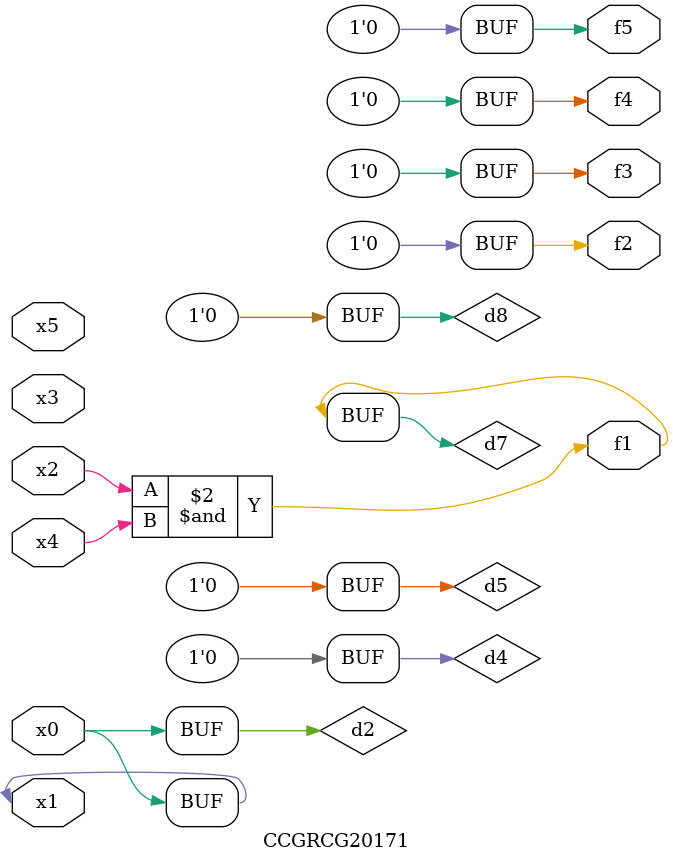
<source format=v>
module CCGRCG20171(
	input x0, x1, x2, x3, x4, x5,
	output f1, f2, f3, f4, f5
);

	wire d1, d2, d3, d4, d5, d6, d7, d8, d9;

	nand (d1, x1);
	buf (d2, x0, x1);
	nand (d3, x2, x4);
	and (d4, d1, d2);
	and (d5, d1, d2);
	nand (d6, d1, d3);
	not (d7, d3);
	xor (d8, d5);
	nor (d9, d5, d6);
	assign f1 = d7;
	assign f2 = d8;
	assign f3 = d8;
	assign f4 = d8;
	assign f5 = d8;
endmodule

</source>
